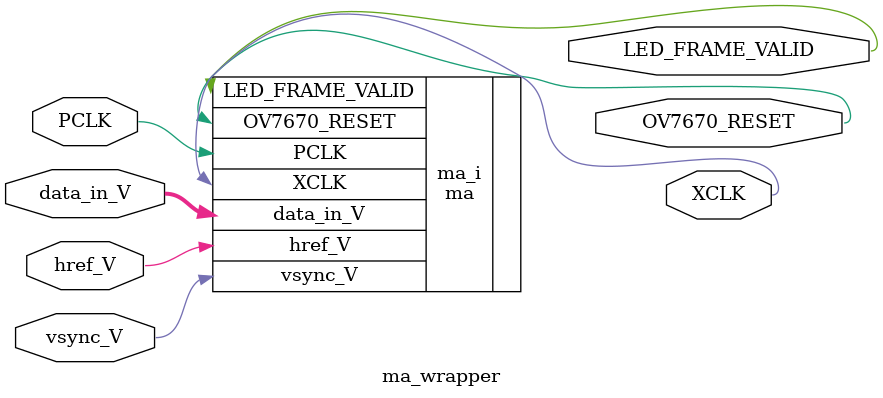
<source format=v>
`timescale 1 ps / 1 ps

module ma_wrapper
   (LED_FRAME_VALID,
    OV7670_RESET,
    PCLK,
    XCLK,
    data_in_V,
    href_V,
    vsync_V);
  output [0:0]LED_FRAME_VALID;
  output [0:0]OV7670_RESET;
  input PCLK;
  output XCLK;
  input [7:0]data_in_V;
  input [0:0]href_V;
  input [0:0]vsync_V;

  wire [0:0]LED_FRAME_VALID;
  wire [0:0]OV7670_RESET;
  wire PCLK;
  wire XCLK;
  wire [7:0]data_in_V;
  wire [0:0]href_V;
  wire [0:0]vsync_V;

  ma ma_i
       (.LED_FRAME_VALID(LED_FRAME_VALID),
        .OV7670_RESET(OV7670_RESET),
        .PCLK(PCLK),
        .XCLK(XCLK),
        .data_in_V(data_in_V),
        .href_V(href_V),
        .vsync_V(vsync_V));
endmodule

</source>
